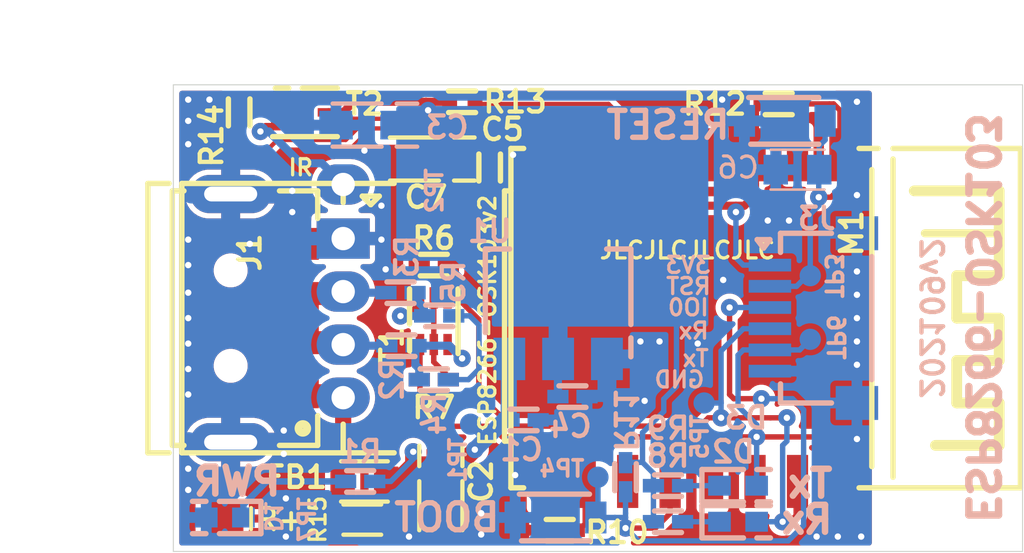
<source format=kicad_pcb>
(kicad_pcb (version 20171130) (host pcbnew "(5.1.10)-1")
  (layers (0 F.Cu signal) (31 B.Cu signal) (34 B.Paste user hide) (35 F.Paste user hide) (36 B.SilkS user) (37 F.SilkS user) (38 B.Mask user) (39 F.Mask user) (44 Edge.Cuts user))
  (net 0 "")
  (net 1 GND)
  (net 2 +5V)
  (net 3 VCC)
  (net 4 /RST)
  (net 5 "Net-(D1-Pad2)")
  (net 6 /Rx)
  (net 7 "Net-(D2-Pad2)")
  (net 8 "Net-(D3-Pad2)")
  (net 9 /Tx)
  (net 10 "Net-(FB1-Pad2)")
  (net 11 "Net-(J1-Pad2)")
  (net 12 "Net-(J1-Pad3)")
  (net 13 /IO0)
  (net 14 "Net-(M1-Pad4)")
  (net 15 /IO15)
  (net 16 "Net-(M1-Pad11)")
  (net 17 "Net-(M1-Pad13)")
  (net 18 /TxAC)
  (net 19 /RxAC)
  (net 20 "Net-(M1-Pad2)")
  (net 21 "Net-(M1-Pad5)")
  (net 22 "Net-(M1-Pad14)")
  (net 23 /IO12R)
  (net 24 /IO13T)
  (net 25 "Net-(P1-Pad1)")
  (net 26 "Net-(P2-Pad1)")
  (module MyConnectors:WE06DH-1.0-06P-H (layer B.Cu) (at 128.3 86 270)
    (fp_text reference J3 (at -2.2 -1 180) (layer B.SilkS) (effects (font (size 1.016 1.016) (thickness 0.2032)) (justify right mirror)))
    (fp_text value ESP_FLASH_CONN hide)
    (pad X2 smd rect (at 6.5 -3.9 270) (size 1.6 2) (layers B.Cu B.Paste B.Mask) (net 1 GND))
    (pad X1 smd rect (at -1.5 -3.9 270) (size 1.6 2) (layers B.Cu B.Paste B.Mask) (net 1 GND))
    (pad 6 smd rect (at 5 0.2 270) (size 0.6 2) (layers B.Cu B.Paste B.Mask) (net 1 GND))
    (pad 5 smd rect (at 4 0.2 270) (size 0.6 2) (layers B.Cu B.Paste B.Mask) (net 9 /Tx))
    (pad 4 smd rect (at 3 0.2 270) (size 0.6 2) (layers B.Cu B.Paste B.Mask) (net 6 /Rx))
    (pad 3 smd rect (at 2 0.2 270) (size 0.6 2) (layers B.Cu B.Paste B.Mask) (net 13 /IO0))
    (pad 2 smd rect (at 1 0.2 270) (size 0.6 2) (layers B.Cu B.Paste B.Mask) (net 4 /RST))
    (pad 1 smd rect (at 0 0.2 270) (size 0.6 2) (layers B.Cu B.Paste B.Mask) (net 3 VCC))
  )
  (module MyConnectors:WG04R-2.5-04P-H (layer F.Cu) (at 108 84.75 270)
    (fp_text reference J1 (at -0.35 4.4 90) (layer F.SilkS) (effects (font (size 1.016 1.016) (thickness 0.2032)) (justify right)))
    (fp_text value "JST-XH(4p 2.5mm)")
    (pad 1 thru_hole rect (at 0 0 270) (size 1.9 2.5) (drill 1.1) (layers *.Cu *.Mask) (net 1 GND))
    (pad 2 thru_hole oval (at 2.5 0 270) (size 1.9 2.5) (drill 1.1) (layers *.Cu *.Mask) (net 11 "Net-(J1-Pad2)"))
    (pad 3 thru_hole oval (at 5 0 270) (size 1.9 2.5) (drill 1.1) (layers *.Cu *.Mask) (net 12 "Net-(J1-Pad3)"))
    (pad 4 thru_hole oval (at 7.5 0 270) (size 1.9 2.5) (drill 1.1) (layers *.Cu *.Mask) (net 10 "Net-(FB1-Pad2)"))
  )
  (module MySMT:USB_Plug_Molex_48037-2200 (layer F.Cu) (at 105.3 88.5 270)
    (fp_text reference J2 hide)
    (fp_text value USBPlug hide)
    (pad 1 smd rect (at 3.5 -0.3 270) (size 1.5 2.5) (layers F.Cu F.Paste F.Mask) (net 10 "Net-(FB1-Pad2)"))
    (pad 2 smd rect (at 1 -0.3 270) (size 1.4 2.5) (layers F.Cu F.Paste F.Mask) (net 12 "Net-(J1-Pad3)"))
    (pad 3 smd rect (at -1 -0.3 270) (size 1.4 2.5) (layers F.Cu F.Paste F.Mask) (net 11 "Net-(J1-Pad2)"))
    (pad 4 smd rect (at -3.5 -0.3 270) (size 1.5 2.5) (layers F.Cu F.Paste F.Mask) (net 1 GND))
    (pad 5 thru_hole oval (at -5.85 2.6 270) (size 1.8 3.8) (drill oval 0.7 2.5) (layers *.Cu *.Mask) (net 1 GND))
    (pad 5 thru_hole oval (at 5.85 2.6 270) (size 1.8 3.8) (drill oval 0.7 2.5) (layers *.Cu *.Mask) (net 1 GND))
    (pad "" np_thru_hole circle (at -2.25 2.6 270) (size 1.1 1.1) (drill 1.1) (layers *.Cu))
    (pad "" np_thru_hole circle (at 2.25 2.6 270) (size 1.1 1.1) (drill 1.1) (layers *.Cu))
  )
  (module MySMT:C_0402_HS (layer B.Cu) (at 116.5 93.3)
    (fp_text reference C1 (at -0.1 1.4) (layer B.SilkS) (effects (font (size 1.016 1.016) (thickness 0.2032)) (justify mirror)))
    (fp_text value 100n hide)
    (pad 2 smd rect (at 0.6858 0) (size 1 0.64) (layers B.Cu B.Paste B.Mask) (net 1 GND))
    (pad 1 smd rect (at -0.6858 0) (size 1 0.64) (layers B.Cu B.Paste B.Mask) (net 2 +5V))
  )
  (module MySMT:CP_3216-HS (layer F.Cu) (at 112.6 96.9 270)
    (fp_text reference C2 (at -0.7 -1.9 90) (layer F.SilkS) (effects (font (size 1.016 1.016) (thickness 0.2032))))
    (fp_text value 22/10V hide)
    (pad 2 smd rect (at 1.4375 0 270) (size 1.575 1.35) (layers F.Cu F.Paste F.Mask) (net 1 GND))
    (pad 1 smd rect (at -1.4375 0 270) (size 1.575 1.35) (layers F.Cu F.Paste F.Mask) (net 2 +5V))
  )
  (module MySMT:CP_3216-HS (layer B.Cu) (at 109.1 79.4 180)
    (fp_text reference C3 (at -3.8 -0.1 unlocked) (layer B.SilkS) (effects (font (size 1.016 1.016) (thickness 0.2032)) (justify mirror)))
    (fp_text value 22/10V hide)
    (pad 2 smd rect (at 1.4375 0 180) (size 1.575 1.35) (layers B.Cu B.Paste B.Mask) (net 1 GND))
    (pad 1 smd rect (at -1.4375 0 180) (size 1.575 1.35) (layers B.Cu B.Paste B.Mask) (net 3 VCC))
  )
  (module MySMT:C_0402_HS (layer B.Cu) (at 118.8 92.2)
    (fp_text reference C4 (at -0.1 1.4) (layer B.SilkS) (effects (font (size 1.016 1.016) (thickness 0.2032)) (justify mirror)))
    (fp_text value 100n hide)
    (pad 1 smd rect (at -0.6858 0) (size 1 0.64) (layers B.Cu B.Paste B.Mask) (net 3 VCC))
    (pad 2 smd rect (at 0.6858 0) (size 1 0.64) (layers B.Cu B.Paste B.Mask) (net 1 GND))
  )
  (module MySMT:C_0402_HS (layer F.Cu) (at 114.9 81.4 270)
    (fp_text reference C5 (at -1.8 -0.6) (layer F.SilkS) (effects (font (size 1.016 1.016) (thickness 0.2032))))
    (fp_text value 1u hide)
    (pad 2 smd rect (at 0.6858 0 270) (size 1 0.64) (layers F.Cu F.Paste F.Mask) (net 1 GND))
    (pad 1 smd rect (at -0.6858 0 270) (size 1 0.64) (layers F.Cu F.Paste F.Mask) (net 3 VCC))
  )
  (module MySMT:C_0805_HS (layer B.Cu) (at 129.4 81.5 180)
    (fp_text reference C6 (at 2.8 0.1) (layer B.SilkS) (effects (justify mirror)))
    (fp_text value 470p hide)
    (pad 1 smd rect (at -1.025 0 180) (size 1.15 1.4) (layers B.Cu B.Paste B.Mask) (net 4 /RST))
    (pad 2 smd rect (at 1.025 0 180) (size 1.15 1.4) (layers B.Cu B.Paste B.Mask) (net 1 GND))
  )
  (module MySMT:CP_3216-HS (layer F.Cu) (at 111.8 81 180)
    (fp_text reference C7 (at -0.1 -1.8) (layer F.SilkS) (effects (font (size 1.016 1.016) (thickness 0.2032))))
    (fp_text value 15/6,3V hide)
    (pad 1 smd rect (at -1.4375 0 180) (size 1.575 1.35) (layers F.Cu F.Paste F.Mask) (net 3 VCC))
    (pad 2 smd rect (at 1.4375 0 180) (size 1.575 1.35) (layers F.Cu F.Paste F.Mask) (net 1 GND))
  )
  (module MySMT:LED0603_HS (layer B.Cu) (at 102.425 97.9)
    (fp_text reference D1 (at 2.275 -0.9 -90 unlocked) (layer B.SilkS) (effects (font (size 0.762 0.762) (thickness 0.1524)) (justify right mirror)))
    (fp_text value G hide)
    (pad 2 smd rect (at 0.875 0) (size 1.0668 0.9398) (layers B.Cu B.Paste B.Mask) (net 5 "Net-(D1-Pad2)"))
    (pad 1 smd rect (at -0.875 0) (size 1.0668 0.9398) (layers B.Cu B.Paste B.Mask) (net 1 GND))
  )
  (module MySMT:LED0603_HS (layer B.Cu) (at 126.6 98.1 180)
    (fp_text reference D2 (at -0.9 3.3) (layer B.SilkS) (effects (font (size 1.016 1.016) (thickness 0.2032)) (justify left mirror)))
    (fp_text value Or hide)
    (pad 1 smd rect (at -0.875 0 180) (size 1.0668 0.9398) (layers B.Cu B.Paste B.Mask) (net 6 /Rx))
    (pad 2 smd rect (at 0.875 0 180) (size 1.0668 0.9398) (layers B.Cu B.Paste B.Mask) (net 7 "Net-(D2-Pad2)"))
  )
  (module MySMT:LED0603_HS (layer B.Cu) (at 126.6 96.4 180)
    (fp_text reference D3 (at -1.5 3.2 180) (layer B.SilkS) (effects (font (size 1.016 1.016) (thickness 0.2032)) (justify left mirror)))
    (fp_text value Y hide)
    (pad 2 smd rect (at 0.875 0 180) (size 1.0668 0.9398) (layers B.Cu B.Paste B.Mask) (net 8 "Net-(D3-Pad2)"))
    (pad 1 smd rect (at -0.875 0 180) (size 1.0668 0.9398) (layers B.Cu B.Paste B.Mask) (net 9 /Tx))
  )
  (module MySMT:R_0805_HS (layer F.Cu) (at 109 96.2 180)
    (fp_text reference FB1 (at 3.2 0.2) (layer F.SilkS) (effects (font (size 1.016 1.016) (thickness 0.2032))))
    (fp_text value Z600 hide)
    (pad 1 smd rect (at -1.025 0 180) (size 1.15 1.4) (layers F.Cu F.Paste F.Mask) (net 2 +5V))
    (pad 2 smd rect (at 1.025 0 180) (size 1.15 1.4) (layers F.Cu F.Paste F.Mask) (net 10 "Net-(FB1-Pad2)"))
  )
  (module MySMT:R_0402_HS (layer B.Cu) (at 108.8 96.2 180)
    (fp_text reference R1 (at 0 1.4) (layer B.SilkS) (effects (font (size 1.016 1.016) (thickness 0.2032)) (justify mirror)))
    (fp_text value 4k3 hide)
    (pad 1 smd rect (at -0.6858 0 180) (size 1 0.64) (layers B.Cu B.Paste B.Mask) (net 2 +5V))
    (pad 2 smd rect (at 0.6858 0 180) (size 1 0.64) (layers B.Cu B.Paste B.Mask) (net 5 "Net-(D1-Pad2)"))
  )
  (module MySMT:R_0402_HS (layer B.Cu) (at 110.744 89.8)
    (fp_text reference R2 (at -0.444 1.6 270) (layer B.SilkS) (effects (font (size 1.016 1.016) (thickness 0.2032)) (justify mirror)))
    (fp_text value 22R hide)
    (pad 2 smd rect (at 0.6858 0) (size 1 0.64) (layers B.Cu B.Paste B.Mask) (net 18 /TxAC))
    (pad 1 smd rect (at -0.6858 0) (size 1 0.64) (layers B.Cu B.Paste B.Mask) (net 12 "Net-(J1-Pad3)"))
  )
  (module MySMT:R_0402_HS (layer B.Cu) (at 110.7 87.3)
    (fp_text reference R3 (at 0.3 -1.7 90) (layer B.SilkS) (effects (font (size 1.016 1.016) (thickness 0.2032)) (justify mirror)))
    (fp_text value 22R hide)
    (pad 2 smd rect (at 0.6858 0) (size 1 0.64) (layers B.Cu B.Paste B.Mask) (net 19 /RxAC))
    (pad 1 smd rect (at -0.6858 0) (size 1 0.64) (layers B.Cu B.Paste B.Mask) (net 11 "Net-(J1-Pad2)"))
  )
  (module MySMT:R_0402_HS (layer B.Cu) (at 112.268 91.4 180)
    (fp_text reference R4 (at -0.032 -1.614 90) (layer B.SilkS) (effects (font (size 1.016 1.016) (thickness 0.2032)) (justify mirror)))
    (fp_text value 22k hide)
    (pad 1 smd rect (at -0.6858 0 180) (size 1 0.64) (layers B.Cu B.Paste B.Mask) (net 2 +5V))
    (pad 2 smd rect (at 0.6858 0 180) (size 1 0.64) (layers B.Cu B.Paste B.Mask) (net 18 /TxAC))
  )
  (module MySMT:R_0402_HS (layer B.Cu) (at 112.522 88.392 180)
    (fp_text reference R5 (at -0.678 1.592 90) (layer B.SilkS) (effects (font (size 1.016 1.016) (thickness 0.2032)) (justify mirror)))
    (fp_text value 22k hide)
    (pad 1 smd rect (at -0.6858 0 180) (size 1 0.64) (layers B.Cu B.Paste B.Mask) (net 2 +5V))
    (pad 2 smd rect (at 0.6858 0 180) (size 1 0.64) (layers B.Cu B.Paste B.Mask) (net 19 /RxAC))
  )
  (module MySMT:R_0402_HS (layer F.Cu) (at 112.268 86)
    (fp_text reference R6 (at 0 -1.27) (layer F.SilkS) (effects (font (size 1.016 1.016) (thickness 0.2032))))
    (fp_text value 22k hide)
    (pad 2 smd rect (at 0.6858 0) (size 1 0.64) (layers F.Cu F.Paste F.Mask) (net 6 /Rx))
    (pad 1 smd rect (at -0.6858 0) (size 1 0.64) (layers F.Cu F.Paste F.Mask) (net 3 VCC))
  )
  (module MySMT:R_0402_HS (layer F.Cu) (at 112.268 91.4 180)
    (fp_text reference R7 (at 0 -1.314) (layer F.SilkS) (effects (font (size 1.016 1.016) (thickness 0.2032))))
    (fp_text value 22k hide)
    (pad 2 smd rect (at 0.6858 0 180) (size 1 0.64) (layers F.Cu F.Paste F.Mask) (net 9 /Tx))
    (pad 1 smd rect (at -0.6858 0 180) (size 1 0.64) (layers F.Cu F.Paste F.Mask) (net 3 VCC))
  )
  (module MySMT:R_0402_HS (layer B.Cu) (at 123.3 98.1)
    (fp_text reference R8 (at 0 -3.1 180) (layer B.SilkS) (effects (font (size 1.016 1.016) (thickness 0.2032)) (justify mirror)))
    (fp_text value 4k3 hide)
    (pad 1 smd rect (at -0.6858 0) (size 1 0.64) (layers B.Cu B.Paste B.Mask) (net 3 VCC))
    (pad 2 smd rect (at 0.6858 0) (size 1 0.64) (layers B.Cu B.Paste B.Mask) (net 7 "Net-(D2-Pad2)"))
  )
  (module MySMT:R_0402_HS (layer B.Cu) (at 123.3 96.4)
    (fp_text reference R9 (at 0 -2.7 180) (layer B.SilkS) (effects (font (size 1.016 1.016) (thickness 0.2032)) (justify mirror)))
    (fp_text value 4k3 hide)
    (pad 1 smd rect (at -0.6858 0) (size 1 0.64) (layers B.Cu B.Paste B.Mask) (net 3 VCC))
    (pad 2 smd rect (at 0.6858 0) (size 1 0.64) (layers B.Cu B.Paste B.Mask) (net 8 "Net-(D3-Pad2)"))
  )
  (module MySMT:R_0402_HS (layer F.Cu) (at 118.2 98.5 180)
    (fp_text reference R10 (at -2.7 -0.1) (layer F.SilkS) (effects (font (size 1.016 1.016) (thickness 0.2032))))
    (fp_text value 10k hide)
    (pad 2 smd rect (at 0.6858 0 180) (size 1 0.64) (layers F.Cu F.Paste F.Mask) (net 1 GND))
    (pad 1 smd rect (at -0.6858 0 180) (size 1 0.64) (layers F.Cu F.Paste F.Mask) (net 15 /IO15))
  )
  (module MySMT:R_0402_HS (layer B.Cu) (at 121.3 96 270)
    (fp_text reference R11 (at -2.7 0 270 unlocked) (layer B.SilkS) (effects (font (size 1.016 1.016) (thickness 0.2032)) (justify mirror)))
    (fp_text value 22k hide)
    (pad 1 smd rect (at -0.6858 0 270) (size 1 0.64) (layers B.Cu B.Paste B.Mask) (net 3 VCC))
    (pad 2 smd rect (at 0.6858 0 270) (size 1 0.64) (layers B.Cu B.Paste B.Mask) (net 13 /IO0))
  )
  (module MySMT:R_0402_HS (layer F.Cu) (at 128.5142 78.4)
    (fp_text reference R12 (at -3.0142 0) (layer F.SilkS) (effects (font (size 1.016 1.016) (thickness 0.2032))))
    (fp_text value 10k hide)
    (pad 2 smd rect (at 0.6858 0) (size 1 0.64) (layers F.Cu F.Paste F.Mask) (net 4 /RST))
    (pad 1 smd rect (at -0.6858 0) (size 1 0.64) (layers F.Cu F.Paste F.Mask) (net 3 VCC))
  )
  (module MySMT:SOT-363_SC-70-6_HS (layer F.Cu) (at 112.268 88.646 90)
    (fp_text reference T1 (at -2.154 -1.968 90) (layer F.SilkS) (effects (font (size 1.016 1.016) (thickness 0.2032)) (justify left)))
    (fp_text value RK7002DW hide)
    (pad 6 smd rect (at 1.1 -0.65 90) (size 1 0.4) (layers F.Cu F.Paste F.Mask) (net 19 /RxAC))
    (pad 5 smd rect (at 1.1 0 90) (size 1 0.4) (layers F.Cu F.Paste F.Mask) (net 3 VCC))
    (pad 4 smd rect (at 1.1 0.65 90) (size 1 0.4) (layers F.Cu F.Paste F.Mask) (net 6 /Rx))
    (pad 3 smd rect (at -1.1 0.65 90) (size 1 0.4) (layers F.Cu F.Paste F.Mask) (net 18 /TxAC))
    (pad 2 smd rect (at -1.1 0 90) (size 1 0.4) (layers F.Cu F.Paste F.Mask) (net 3 VCC))
    (pad 1 smd rect (at -1.1 -0.65 90) (size 1 0.4) (layers F.Cu F.Paste F.Mask) (net 9 /Tx))
  )
  (module MySMT:SOT-223-3 (layer B.Cu) (at 118.124 87.274 90)
    (fp_text reference U1 (at 2.874 -3.224 180) (layer B.SilkS) (effects (font (size 1.016 1.016) (thickness 0.2032)) (justify mirror)))
    (fp_text value 1117-33 hide)
    (pad 1 smd rect (at -3.15 2.3 90) (size 2 1.5) (layers B.Cu B.Paste B.Mask) (net 1 GND))
    (pad 3 smd rect (at -3.15 -2.3 90) (size 2 1.5) (layers B.Cu B.Paste B.Mask) (net 2 +5V))
    (pad 2 smd rect (at -3.15 0 90) (size 2 1.5) (layers B.Cu B.Paste B.Mask) (net 3 VCC))
    (pad 2 smd rect (at 3.15 0 90) (size 2 3.8) (layers B.Cu B.Paste B.Mask) (net 3 VCC))
  )
  (module MySwitches:CK_KXT3 (layer B.Cu) (at 118 97.9 180)
    (fp_text reference SW1 hide)
    (fp_text value BOOT (at 2.5 0 180) (layer B.SilkS) (effects (font (size 1.27 1.27) (thickness 0.254)) (justify left mirror)))
    (pad 2 smd rect (at 1.9 0 180) (size 1 1.5) (layers B.Cu B.Paste B.Mask) (net 1 GND))
    (pad 1 smd rect (at -1.9 0 180) (size 1 1.5) (layers B.Cu B.Paste B.Mask) (net 13 /IO0))
  )
  (module MySwitches:CK_KXT3 (layer B.Cu) (at 128.8 79.2 180)
    (fp_text reference SW2 hide)
    (fp_text value RESET (at 5.5 -0.2) (layer B.SilkS) (effects (font (size 1.27 1.27) (thickness 0.254)) (justify mirror)))
    (pad 1 smd rect (at -1.9 0 180) (size 1 1.5) (layers B.Cu B.Paste B.Mask) (net 4 /RST))
    (pad 2 smd rect (at 1.9 0 180) (size 1 1.5) (layers B.Cu B.Paste B.Mask) (net 1 GND))
  )
  (module MyModules:ESP-12E (layer F.Cu) (at 115.9 80.5 270)
    (fp_text reference M1 (at 5.2 -16.05 90) (layer F.SilkS) (effects (font (size 1.016 1.016) (thickness 0.2032)) (justify left)))
    (fp_text value ESP8266_ESP-12E)
    (pad 1 smd rect (at 0.3 -15.5 270) (size 2.5 1) (layers F.Cu F.Paste F.Mask) (net 4 /RST))
    (pad 2 smd rect (at 0.3 -13.5 270) (size 2.5 1) (layers F.Cu F.Paste F.Mask) (net 20 "Net-(M1-Pad2)"))
    (pad 3 smd rect (at 0.3 -11.5 270) (size 2.5 1) (layers F.Cu F.Paste F.Mask) (net 3 VCC))
    (pad 4 smd rect (at 0.3 -9.5 270) (size 2.5 1) (layers F.Cu F.Paste F.Mask) (net 14 "Net-(M1-Pad4)"))
    (pad 5 smd rect (at 0.3 -7.5 270) (size 2.5 1) (layers F.Cu F.Paste F.Mask) (net 21 "Net-(M1-Pad5)"))
    (pad 6 smd rect (at 0.3 -5.5 270) (size 2.5 1) (layers F.Cu F.Paste F.Mask) (net 23 /IO12R))
    (pad 7 smd rect (at 0.3 -3.5 270) (size 2.5 1) (layers F.Cu F.Paste F.Mask) (net 24 /IO13T))
    (pad 8 smd rect (at 0.3 -1.5 270) (size 2.5 1) (layers F.Cu F.Paste F.Mask) (net 3 VCC))
    (pad 9 smd rect (at 15.7 -1.5 270) (size 2.5 1) (layers F.Cu F.Paste F.Mask) (net 1 GND))
    (pad 10 smd rect (at 15.7 -3.5 270) (size 2.5 1) (layers F.Cu F.Paste F.Mask) (net 15 /IO15))
    (pad 11 smd rect (at 15.7 -5.5 270) (size 2.5 1) (layers F.Cu F.Paste F.Mask) (net 16 "Net-(M1-Pad11)"))
    (pad 12 smd rect (at 15.7 -7.5 270) (size 2.5 1) (layers F.Cu F.Paste F.Mask) (net 13 /IO0))
    (pad 13 smd rect (at 15.7 -9.5 270) (size 2.5 1) (layers F.Cu F.Paste F.Mask) (net 17 "Net-(M1-Pad13)"))
    (pad 14 smd rect (at 15.7 -11.5 270) (size 2.5 1) (layers F.Cu F.Paste F.Mask) (net 22 "Net-(M1-Pad14)"))
    (pad 15 smd rect (at 15.7 -13.5 270) (size 2.5 1) (layers F.Cu F.Paste F.Mask) (net 6 /Rx))
    (pad 16 smd rect (at 15.7 -15.5 270) (size 2.5 1) (layers F.Cu F.Paste F.Mask) (net 9 /Tx))
  )
  (module MySMT:SMT_PAD_2mm_noFrame (layer B.Cu) (at 114 82.5)
    (fp_text reference TP2 (at -1.7 0 90 unlocked) (layer B.SilkS) (effects (font (size 0.762 0.762) (thickness 0.1778)) (justify mirror)))
    (fp_text value TP hide)
    (pad 1 smd circle (at 0 0) (size 2 2) (layers B.Cu B.Paste B.Mask) (net 3 VCC))
  )
  (module MySMT:SMT_PAD_2mm_noFrame (layer B.Cu) (at 108 98)
    (fp_text reference TP7 (at -1.7 0 90 unlocked) (layer B.SilkS) (effects (font (size 0.762 0.762) (thickness 0.1778)) (justify mirror)))
    (fp_text value TP hide)
    (pad 1 smd circle (at 0 0) (size 2 2) (layers B.Cu B.Paste B.Mask) (net 1 GND))
  )
  (module MySMT:SMT_PAD_1mm_noFrame (layer B.Cu) (at 114 93.5)
    (fp_text reference TP1 (at -0.6 1.7 90 unlocked) (layer B.SilkS) (effects (font (size 0.762 0.762) (thickness 0.1778)) (justify mirror)))
    (fp_text value TP hide)
    (pad 1 smd circle (at 0 0) (size 1 1) (layers B.Cu B.Paste B.Mask) (net 2 +5V))
  )
  (module MySMT:SMT_PAD_1mm_noFrame (layer B.Cu) (at 130 86.5)
    (fp_text reference TP3 (at 1.1 0 270 unlocked) (layer B.SilkS) (effects (font (size 0.762 0.762) (thickness 0.1778)) (justify mirror)))
    (fp_text value TP hide)
    (pad 1 smd circle (at 0 0) (size 1 1) (layers B.Cu B.Paste B.Mask) (net 4 /RST))
  )
  (module MySMT:SMT_PAD_1mm_noFrame (layer B.Cu) (at 120 96)
    (fp_text reference TP4 (at -1.7 -0.4 unlocked) (layer B.SilkS) (effects (font (size 0.762 0.762) (thickness 0.1778)) (justify mirror)))
    (fp_text value TP hide)
    (pad 1 smd circle (at 0 0) (size 1 1) (layers B.Cu B.Paste B.Mask) (net 13 /IO0))
  )
  (module MySMT:SMT_PAD_1mm_noFrame (layer B.Cu) (at 125 92.5)
    (fp_text reference TP5 (at -0.2 1.6 90 unlocked) (layer B.SilkS) (effects (font (size 0.762 0.762) (thickness 0.1778)) (justify mirror)))
    (fp_text value TP hide)
    (pad 1 smd circle (at 0 0) (size 1 1) (layers B.Cu B.Paste B.Mask) (net 6 /Rx))
  )
  (module MySMT:SMT_PAD_1mm_noFrame (layer B.Cu) (at 130 89.5)
    (fp_text reference TP6 (at 1.2 -0.1 270 unlocked) (layer B.SilkS) (effects (font (size 0.762 0.762) (thickness 0.1778)) (justify mirror)))
    (fp_text value TP hide)
    (pad 1 smd circle (at 0 0) (size 1 1) (layers B.Cu B.Paste B.Mask) (net 9 /Tx))
  )
  (module MyConnectors:WG00x-2.5-00-V-PAD (layer F.Cu) (at 108 82.2 90)
    (fp_text reference P1 hide)
    (fp_text value IR (at 0.8 -2 unlocked) (layer F.SilkS) (effects (font (size 0.762 0.762) (thickness 0.1524))))
    (pad 1 thru_hole oval (at 0 0 90) (size 1.9 2.5) (drill 1.1) (layers *.Cu *.Mask) (net 25 "Net-(P1-Pad1)"))
  )
  (module MySMT:R_0402_HS2 (layer F.Cu) (at 113.6 78.3)
    (fp_text reference R13 (at 2.5 0) (layer F.SilkS) (effects (font (size 1.016 1.016) (thickness 0.2032))))
    (fp_text value 10k hide)
    (pad 1 smd rect (at -0.5842 0) (size 0.7 0.64) (layers F.Cu F.Paste F.Mask) (net 3 VCC))
    (pad 2 smd rect (at 0.6096 0) (size 0.7 0.64) (layers F.Cu F.Paste F.Mask) (net 23 /IO12R))
  )
  (module MySMT:R_0402_HS2 (layer F.Cu) (at 103.1 78.8 90)
    (fp_text reference R14 (at -1.1 -1.3 90) (layer F.SilkS) (effects (font (size 1.016 1.016) (thickness 0.2032))))
    (fp_text value 10k hide)
    (pad 2 smd rect (at 0.6096 0 90) (size 0.7 0.64) (layers F.Cu F.Paste F.Mask) (net 1 GND))
    (pad 1 smd rect (at -0.5842 0 90) (size 0.7 0.64) (layers F.Cu F.Paste F.Mask) (net 24 /IO13T))
  )
  (module MySMT:SOT-363_SC-70-6_HS (layer F.Cu) (at 106.2 78.8)
    (fp_text reference T2 (at 1.8 -0.4) (layer F.SilkS) (effects (font (size 1.016 1.016) (thickness 0.2032)) (justify left)))
    (fp_text value RK7002DW hide)
    (pad 6 smd rect (at 1.1 -0.65) (size 1 0.4) (layers F.Cu F.Paste F.Mask) (net 25 "Net-(P1-Pad1)"))
    (pad 5 smd rect (at 1.1 0) (size 1 0.4) (layers F.Cu F.Paste F.Mask) (net 3 VCC))
    (pad 4 smd rect (at 1.1 0.65) (size 1 0.4) (layers F.Cu F.Paste F.Mask) (net 23 /IO12R))
    (pad 3 smd rect (at -1.1 0.65) (size 1 0.4) (layers F.Cu F.Paste F.Mask) (net 25 "Net-(P1-Pad1)"))
    (pad 2 smd rect (at -1.1 0) (size 1 0.4) (layers F.Cu F.Paste F.Mask) (net 24 /IO13T))
    (pad 1 smd rect (at -1.1 -0.65) (size 1 0.4) (layers F.Cu F.Paste F.Mask) (net 1 GND))
  )
  (module MySMT:R_0603_HS (layer F.Cu) (at 108.925 98 180)
    (fp_text reference R15 (at 2.125 0 90) (layer F.SilkS) (effects (font (size 0.762 0.762) (thickness 0.1524))))
    (fp_text value 470R hide)
    (pad 1 smd rect (at -0.875 0 180) (size 1.05 0.95) (layers F.Cu F.Paste F.Mask) (net 2 +5V))
    (pad 2 smd rect (at 0.875 0 180) (size 1.05 0.95) (layers F.Cu F.Paste F.Mask) (net 26 "Net-(P2-Pad1)"))
  )
  (module MySMT:SMT_PAD_2x2mm_noFrame (layer F.Cu) (at 102.3 98.1)
    (fp_text reference P2 hide)
    (fp_text value IR+ (at 2.5 -0.1 unlocked) (layer F.SilkS) (effects (font (size 1.016 1.016) (thickness 0.1778))))
    (pad 1 smd rect (at 0 0) (size 2 2) (layers F.Cu F.Paste F.Mask) (net 26 "Net-(P2-Pad1)"))
  )
  (gr_text JLCJLCJLCJLC (at 120 85.3) (layer F.SilkS) (effects (font (size 0.8 0.8) (thickness 0.1524)) (justify left)))
  (gr_text ESP8266-OSK103v2 (at 114.8 94.6 90) (layer F.SilkS) (effects (font (size 0.762 0.762) (thickness 0.1524)) (justify left)))
  (gr_text 202109v2 (at 135.7 88.5 270) (layer B.SilkS) (effects (font (size 1.016 1.016) (thickness 0.2032)) (justify mirror)))
  (gr_text ESP8266-OSK103 (at 138.1 88.5 270) (layer B.SilkS) (effects (font (size 1.397 1.397) (thickness 0.34925)) (justify mirror)))
  (gr_text GND (at 125.1 91.4) (layer B.SilkS) (effects (font (size 0.762 0.762) (thickness 0.1524)) (justify left mirror)))
  (gr_text Tx (at 125.3 90.4) (layer B.SilkS) (effects (font (size 0.762 0.762) (thickness 0.1524)) (justify left mirror)))
  (gr_text Rx (at 125.3 89.1) (layer B.SilkS) (effects (font (size 0.762 0.762) (thickness 0.1524)) (justify left mirror)))
  (gr_text IO0 (at 125.3 88) (layer B.SilkS) (effects (font (size 0.762 0.762) (thickness 0.1524)) (justify left mirror)))
  (gr_text RST (at 125.4 87) (layer B.SilkS) (effects (font (size 0.762 0.762) (thickness 0.1524)) (justify left mirror)))
  (gr_text 3V3 (at 125.4 86) (layer B.SilkS) (effects (font (size 0.762 0.762) (thickness 0.1524)) (justify left mirror)))
  (gr_text PWR (at 105.2 96.2) (layer B.SilkS) (effects (font (size 1.27 1.27) (thickness 0.3048)) (justify left mirror)))
  (gr_text Rx (at 128.5 98) (layer B.SilkS) (effects (font (size 1.27 1.27) (thickness 0.3048)) (justify right mirror)))
  (gr_text Tx (at 128.8 96.3) (layer B.SilkS) (effects (font (size 1.27 1.27) (thickness 0.3048)) (justify right mirror)))
  (gr_line (start 100 77.5) (end 100 99.5) (layer Edge.Cuts) (width 0.05))
  (gr_line (start 140 77.5) (end 100 77.5) (layer Edge.Cuts) (width 0.05))
  (gr_line (start 140 99.5) (end 140 77.5) (layer Edge.Cuts) (width 0.05))
  (gr_line (start 100 99.5) (end 140 99.5) (layer Edge.Cuts) (width 0.05))
  (segment (start 107.612 85) (end 107.912 84.7) (width 0.762) (layer F.Cu) (net 1))
  (segment (start 105.6 85) (end 107.612 85) (width 0.762) (layer F.Cu) (net 1))
  (segment (start 107.912 84.7) (end 108 84.7) (width 0.762) (layer F.Cu) (net 1))
  (segment (start 101.2 86.1) (end 102.3 85) (width 0.254) (layer F.Cu) (net 1))
  (segment (start 102.7 92.3) (end 101.2 90.8) (width 0.254) (layer F.Cu) (net 1))
  (segment (start 101.2 90.8) (end 101.2 86.1) (width 0.254) (layer F.Cu) (net 1))
  (segment (start 102.3 85) (end 102.7 85) (width 0.254) (layer F.Cu) (net 1))
  (segment (start 104.854 94.35) (end 105.004 94.2) (width 0.254) (layer B.Cu) (net 1))
  (segment (start 102.7 94.35) (end 104.854 94.35) (width 0.254) (layer B.Cu) (net 1))
  (segment (start 105.004 94.2) (end 109.7 94.2) (width 0.254) (layer B.Cu) (net 1))
  (segment (start 109.7 94.2) (end 110.6 93.3) (width 0.254) (layer B.Cu) (net 1))
  (segment (start 110.6 93.3) (end 112.1 93.3) (width 0.254) (layer B.Cu) (net 1))
  (segment (start 112.1 93.3) (end 112.6 93.8) (width 0.254) (layer B.Cu) (net 1))
  (segment (start 112.6 93.8) (end 112.6 96.6) (width 0.254) (layer B.Cu) (net 1))
  (segment (start 112.6 96.6) (end 113.9 97.9) (width 0.254) (layer B.Cu) (net 1))
  (segment (start 113.9 97.9) (end 116.1 97.9) (width 0.254) (layer B.Cu) (net 1))
  (segment (start 122.6 90.8) (end 122.6 92.1) (width 0.254) (layer B.Cu) (net 1))
  (segment (start 122.5 92.2) (end 122.6 92.1) (width 0.254) (layer B.Cu) (net 1))
  (segment (start 117.1858 93.3) (end 121.3 93.3) (width 0.254) (layer B.Cu) (net 1))
  (segment (start 121.3 93.3) (end 121.3 92.2) (width 0.254) (layer B.Cu) (net 1))
  (segment (start 119.4858 92.2) (end 121.3 92.2) (width 0.254) (layer B.Cu) (net 1))
  (segment (start 121.3 92.2) (end 122.5 92.2) (width 0.254) (layer B.Cu) (net 1))
  (segment (start 117.1858 93.3) (end 117.1858 94.7142) (width 0.254) (layer B.Cu) (net 1))
  (segment (start 117.1858 94.7142) (end 116.1 95.8) (width 0.254) (layer B.Cu) (net 1))
  (segment (start 116.1 95.8) (end 116.1 97.9) (width 0.254) (layer B.Cu) (net 1))
  (segment (start 112.6 98.3375) (end 115.1375 98.3375) (width 0.254) (layer F.Cu) (net 1))
  (segment (start 115.3 98.5) (end 115.1375 98.3375) (width 0.254) (layer F.Cu) (net 1))
  (segment (start 117.5142 98.5) (end 115.3 98.5) (width 0.254) (layer F.Cu) (net 1))
  (segment (start 117.4 96.2) (end 115.8 96.2) (width 0.254) (layer F.Cu) (net 1))
  (segment (start 115.1375 96.8625) (end 115.1375 98.3375) (width 0.254) (layer F.Cu) (net 1))
  (segment (start 115.8 96.2) (end 115.1375 96.8625) (width 0.254) (layer F.Cu) (net 1))
  (segment (start 105.8 94.6) (end 105.8 96.9) (width 0.254) (layer F.Cu) (net 1))
  (segment (start 105.55 94.35) (end 105.8 94.6) (width 0.254) (layer F.Cu) (net 1))
  (segment (start 129.9 91) (end 128.1 91) (width 0.254) (layer B.Cu) (net 1))
  (segment (start 132 88.9) (end 129.9 91) (width 0.254) (layer B.Cu) (net 1))
  (segment (start 132.2 88.9) (end 132 88.9) (width 0.254) (layer B.Cu) (net 1))
  (segment (start 132.2 88.9) (end 132.2 92.5) (width 0.254) (layer B.Cu) (net 1))
  (segment (start 132.2 83.446) (end 132.4 83.246) (width 0.254) (layer B.Cu) (net 1))
  (segment (start 132.2 84.5) (end 132.2 83.446) (width 0.254) (layer B.Cu) (net 1))
  (via (at 132.2 88.5) (size 0.8128) (drill 0.3) (layers F.Cu B.Cu) (net 1))
  (segment (start 132.2 87.1) (end 132.2 88.5) (width 0.254) (layer B.Cu) (net 1))
  (segment (start 132.2 87.1) (end 132.2 88.9) (width 0.254) (layer B.Cu) (net 1))
  (segment (start 132.2 84.5) (end 132.2 87.1) (width 0.254) (layer B.Cu) (net 1))
  (segment (start 132.2 88.5) (end 129 88.5) (width 0.254) (layer F.Cu) (net 1))
  (segment (start 129 88.5) (end 127.2 86.7) (width 0.254) (layer F.Cu) (net 1))
  (segment (start 127.2 86.7) (end 125.3 86.7) (width 0.254) (layer F.Cu) (net 1))
  (segment (start 125.3 86.7) (end 124.7 87.3) (width 0.254) (layer F.Cu) (net 1))
  (segment (start 124.7 87.3) (end 124.7 89.7) (width 0.254) (layer F.Cu) (net 1))
  (segment (start 124.7 89.7) (end 123 91.4) (width 0.254) (layer F.Cu) (net 1))
  (segment (start 123 91.4) (end 122.6 91.4) (width 0.254) (layer F.Cu) (net 1))
  (via (at 122.2 92.4) (size 0.8128) (drill 0.3) (layers F.Cu B.Cu) (net 1))
  (segment (start 126.846 79.2) (end 127.6 79.2) (width 0.254) (layer B.Cu) (net 1))
  (segment (start 128.375 81.5) (end 126.7 81.5) (width 0.254) (layer B.Cu) (net 1))
  (segment (start 126.7 81.5) (end 126.1 80.9) (width 0.254) (layer B.Cu) (net 1))
  (segment (start 126.1 79.2) (end 126.846 79.2) (width 0.254) (layer B.Cu) (net 1))
  (segment (start 125.7 78) (end 126.1 78.4) (width 0.254) (layer B.Cu) (net 1))
  (segment (start 108.1 77.95) (end 125.7 77.95) (width 0.254) (layer B.Cu) (net 1))
  (segment (start 126.1 78.4) (end 126.1 79.2) (width 0.254) (layer B.Cu) (net 1))
  (via (at 124.7 89.7) (size 0.8128) (drill 0.3) (layers F.Cu B.Cu) (net 1))
  (segment (start 102.7 82.65) (end 102.7 84.4) (width 0.889) (layer F.Cu) (net 1))
  (segment (start 102.7 84.4) (end 102.7 85) (width 0.254) (layer F.Cu) (net 1))
  (via (at 132.2 89.6) (size 0.8128) (drill 0.3) (layers F.Cu B.Cu) (net 1))
  (via (at 132.2 90.7) (size 0.8128) (drill 0.3) (layers F.Cu B.Cu) (net 1))
  (via (at 132.2 87.4) (size 0.8128) (drill 0.3) (layers F.Cu B.Cu) (net 1))
  (via (at 132.2 86.3) (size 0.8128) (drill 0.3) (layers F.Cu B.Cu) (net 1))
  (via (at 132.2 82.7) (size 0.8128) (drill 0.3) (layers F.Cu B.Cu) (net 1))
  (via (at 132.2 94.2) (size 0.8128) (drill 0.3) (layers F.Cu B.Cu) (net 1))
  (via (at 129 83.9) (size 0.8128) (drill 0.3) (layers F.Cu B.Cu) (net 1))
  (via (at 128 83.9) (size 0.8128) (drill 0.3) (layers F.Cu B.Cu) (net 1))
  (via (at 132.4 98.8) (size 0.8128) (drill 0.3) (layers F.Cu B.Cu) (net 1))
  (via (at 131.3 98.8) (size 0.8128) (drill 0.3) (layers F.Cu B.Cu) (net 1))
  (via (at 130.3 98.8) (size 0.8128) (drill 0.3) (layers F.Cu B.Cu) (net 1))
  (via (at 114.5 98.7) (size 0.8128) (drill 0.3) (layers F.Cu B.Cu) (net 1))
  (via (at 114.5 97.7) (size 0.8128) (drill 0.3) (layers F.Cu B.Cu) (net 1))
  (via (at 100.7 95.6) (size 0.8128) (drill 0.3) (layers F.Cu B.Cu) (net 1))
  (via (at 100.7 96.6) (size 0.8128) (drill 0.3) (layers F.Cu B.Cu) (net 1))
  (via (at 111.1 98.8) (size 0.8128) (drill 0.3) (layers F.Cu B.Cu) (net 1))
  (via (at 105.3 98.8) (size 0.8128) (drill 0.3) (layers F.Cu B.Cu) (net 1))
  (via (at 100.7 88.5) (size 0.8128) (drill 0.3) (layers F.Cu B.Cu) (net 1))
  (via (at 100.7 89.7) (size 0.8128) (drill 0.3) (layers F.Cu B.Cu) (net 1))
  (via (at 100.7 90.9) (size 0.8128) (drill 0.3) (layers F.Cu B.Cu) (net 1))
  (via (at 100.7 92.1) (size 0.8128) (drill 0.3) (layers F.Cu B.Cu) (net 1))
  (via (at 100.7 87.3) (size 0.8128) (drill 0.3) (layers F.Cu B.Cu) (net 1))
  (via (at 100.7 86) (size 0.8128) (drill 0.3) (layers F.Cu B.Cu) (net 1))
  (via (at 100.7 84.8) (size 0.8128) (drill 0.3) (layers F.Cu B.Cu) (net 1))
  (via (at 100.7 79.2) (size 0.8128) (drill 0.3) (layers F.Cu B.Cu) (net 1))
  (via (at 100.7 80.3) (size 0.8128) (drill 0.3) (layers F.Cu B.Cu) (net 1))
  (via (at 100.7 78.2) (size 0.8128) (drill 0.3) (layers F.Cu B.Cu) (net 1))
  (via (at 110 86.2) (size 0.8128) (drill 0.3) (layers F.Cu B.Cu) (net 1))
  (via (at 122 89.6) (size 0.8128) (drill 0.3) (layers F.Cu B.Cu) (net 1))
  (via (at 122.9 89.6) (size 0.8128) (drill 0.3) (layers F.Cu B.Cu) (net 1))
  (via (at 125.9 86.7) (size 0.8128) (drill 0.3) (layers F.Cu B.Cu) (net 1))
  (via (at 125.85 78.2) (size 0.8128) (drill 0.3) (layers F.Cu B.Cu) (net 1))
  (segment (start 122.063 90.424) (end 122.139 90.5) (width 0.889) (layer B.Cu) (net 1))
  (segment (start 122.139 90.5) (end 122.5 90.5) (width 0.889) (layer B.Cu) (net 1))
  (segment (start 120.424 90.424) (end 122.063 90.424) (width 0.889) (layer B.Cu) (net 1))
  (segment (start 122.5 90.5) (end 122.6 90.8) (width 0.254) (layer B.Cu) (net 1))
  (segment (start 120.424 90.424) (end 120.424 91.924) (width 0.889) (layer B.Cu) (net 1))
  (segment (start 102.7 92.561) (end 102.6 92.461) (width 0.889) (layer B.Cu) (net 1))
  (segment (start 102.7 94.35) (end 102.7 92.561) (width 0.889) (layer B.Cu) (net 1))
  (segment (start 105.489 94.35) (end 105.839 94.7) (width 0.889) (layer B.Cu) (net 1))
  (segment (start 102.7 94.35) (end 105.489 94.35) (width 0.889) (layer B.Cu) (net 1))
  (segment (start 100.75 94.35) (end 100.72351 94.32351) (width 0.889) (layer B.Cu) (net 1))
  (segment (start 102.7 94.35) (end 100.75 94.35) (width 0.889) (layer B.Cu) (net 1))
  (segment (start 102.7 94.35) (end 102.7 95.9) (width 0.889) (layer B.Cu) (net 1))
  (segment (start 102.7 82.65) (end 102.7 81.1) (width 0.889) (layer B.Cu) (net 1))
  (segment (start 102.7 82.65) (end 102.7 84.1) (width 0.889) (layer B.Cu) (net 1))
  (segment (start 102.7 82.65) (end 100.85 82.65) (width 0.889) (layer B.Cu) (net 1))
  (segment (start 102.7 82.65) (end 105.05 82.65) (width 0.889) (layer B.Cu) (net 1))
  (segment (start 105.489 82.65) (end 105.539 82.6) (width 0.889) (layer F.Cu) (net 1))
  (segment (start 102.7 82.65) (end 105.489 82.65) (width 0.889) (layer F.Cu) (net 1))
  (segment (start 102.7 94.35) (end 102.7 95.8) (width 0.889) (layer F.Cu) (net 1))
  (segment (start 102.7 96) (end 102.7 95.8) (width 0.254) (layer F.Cu) (net 1))
  (segment (start 102.7 94.35) (end 105.55 94.35) (width 0.889) (layer F.Cu) (net 1))
  (segment (start 102.7 94.35) (end 102.7 92.5) (width 0.889) (layer F.Cu) (net 1))
  (segment (start 102.7 95.8) (end 102.7 92.5) (width 0.254) (layer F.Cu) (net 1))
  (segment (start 102.7 92.5) (end 102.7 92.3) (width 0.254) (layer F.Cu) (net 1))
  (segment (start 105.6 85) (end 105.6 83.615) (width 0.635) (layer F.Cu) (net 1))
  (segment (start 103.615 84.9) (end 103.5 84.9) (width 0.635) (layer F.Cu) (net 1))
  (segment (start 103.715 85) (end 103.615 84.9) (width 0.635) (layer F.Cu) (net 1))
  (segment (start 105.6 85) (end 103.715 85) (width 0.635) (layer F.Cu) (net 1))
  (segment (start 103.5 84.9) (end 102.7 85) (width 0.254) (layer F.Cu) (net 1))
  (segment (start 109.885 84.75) (end 109.935 84.7) (width 0.635) (layer F.Cu) (net 1))
  (segment (start 108 84.75) (end 109.885 84.75) (width 0.635) (layer F.Cu) (net 1))
  (segment (start 106.115 84.75) (end 106.065 84.7) (width 0.635) (layer B.Cu) (net 1))
  (segment (start 108 84.75) (end 106.115 84.75) (width 0.635) (layer B.Cu) (net 1))
  (segment (start 108 84.75) (end 109.75 84.75) (width 0.635) (layer B.Cu) (net 1))
  (via (at 109.8 83.2) (size 0.8128) (drill 0.3) (layers F.Cu B.Cu) (net 1))
  (via (at 105.6 82.5) (size 0.8128) (drill 0.3) (layers F.Cu B.Cu) (net 1))
  (via (at 109.8 84.8) (size 0.8128) (drill 0.3) (layers F.Cu B.Cu) (net 1))
  (via (at 103.6 85) (size 0.8128) (drill 0.3) (layers F.Cu B.Cu) (net 1))
  (via (at 105.6 83.5) (size 0.8128) (drill 0.3) (layers F.Cu B.Cu) (net 1))
  (via (at 116.1 95.9) (size 0.8128) (drill 0.3) (layers F.Cu B.Cu) (net 1))
  (via (at 132.2 78.3) (size 0.8128) (drill 0.3) (layers F.Cu B.Cu) (net 1))
  (segment (start 108 98) (end 110.2 98) (width 0.889) (layer B.Cu) (net 1))
  (segment (start 108 98) (end 104.9 98) (width 0.889) (layer B.Cu) (net 1))
  (segment (start 109.302291 98.733165) (end 106.202291 98.733165) (width 0.889) (layer B.Cu) (net 1))
  (segment (start 109.783897 97.268556) (end 106.683897 97.268556) (width 0.889) (layer B.Cu) (net 1))
  (segment (start 124.7 89.7) (end 124.7 90.8) (width 0.254) (layer B.Cu) (net 1))
  (via (at 109 80.6) (size 0.8128) (drill 0.3) (layers F.Cu B.Cu) (net 1))
  (via (at 101.7 78.2) (size 0.8128) (drill 0.3) (layers F.Cu B.Cu) (net 1))
  (segment (start 101.55 97.9) (end 101.55 97.05) (width 0.3048) (layer B.Cu) (net 1))
  (segment (start 101.55 97.05) (end 102.7 95.9) (width 0.3048) (layer B.Cu) (net 1))
  (segment (start 105.1 78.15) (end 103.95 78.15) (width 0.381) (layer F.Cu) (net 1))
  (segment (start 102.7 82.65) (end 102.7 81.3) (width 0.889) (layer F.Cu) (net 1))
  (via (at 105.3 97) (size 0.8128) (drill 0.3) (layers F.Cu B.Cu) (net 1))
  (via (at 105.2 94.9) (size 0.8128) (drill 0.3) (layers F.Cu B.Cu) (net 1))
  (via (at 105.2 93.8) (size 0.8128) (drill 0.3) (layers F.Cu B.Cu) (net 1))
  (segment (start 103.95 78.15) (end 102.15 78.15) (width 0.381) (layer F.Cu) (net 1))
  (via (at 114.2 94.7) (size 0.8128) (drill 0.3) (layers F.Cu B.Cu) (net 2))
  (segment (start 115.8 93.1) (end 115.8 90.4) (width 0.762) (layer B.Cu) (net 2))
  (segment (start 113.9618 88.392) (end 114.4 88.8302) (width 0.254) (layer B.Cu) (net 2))
  (segment (start 113.2078 88.392) (end 113.9618 88.392) (width 0.254) (layer B.Cu) (net 2))
  (segment (start 114.82 90.424) (end 114.796 90.4) (width 0.254) (layer B.Cu) (net 2))
  (segment (start 115.824 90.424) (end 114.82 90.424) (width 0.254) (layer B.Cu) (net 2))
  (segment (start 114.796 90.4) (end 114.4 90.4) (width 0.254) (layer B.Cu) (net 2))
  (segment (start 114.4 88.8302) (end 114.4 90.4) (width 0.254) (layer B.Cu) (net 2))
  (segment (start 113.9 91.4) (end 112.9 91.4) (width 0.254) (layer B.Cu) (net 2))
  (segment (start 114.4 90.9) (end 113.9 91.4) (width 0.254) (layer B.Cu) (net 2))
  (segment (start 114.4 90.4) (end 114.4 90.9) (width 0.254) (layer B.Cu) (net 2))
  (segment (start 110.2398 96.2) (end 111.3 95.1398) (width 0.254) (layer B.Cu) (net 2))
  (segment (start 111.3 95.1398) (end 111.3 94.8) (width 0.254) (layer B.Cu) (net 2))
  (via (at 111.3 94.8) (size 0.8128) (drill 0.3) (layers F.Cu B.Cu) (net 2))
  (segment (start 113.5 95.4) (end 114.2 94.7) (width 0.762) (layer F.Cu) (net 2))
  (segment (start 111.3 95.4) (end 113.5 95.4) (width 0.762) (layer F.Cu) (net 2))
  (segment (start 110.025 96.2) (end 110.5 96.2) (width 0.762) (layer F.Cu) (net 2))
  (segment (start 110.5 96.2) (end 111.3 95.4) (width 0.762) (layer F.Cu) (net 2))
  (segment (start 111.3 94.8) (end 111.3 95.4) (width 0.762) (layer F.Cu) (net 2))
  (segment (start 109.4858 96.2) (end 110.2398 96.2) (width 0.254) (layer B.Cu) (net 2))
  (segment (start 114.499999 93.999999) (end 114.7 94.2) (width 0.381) (layer B.Cu) (net 2))
  (segment (start 114 93.5) (end 114.499999 93.999999) (width 0.381) (layer B.Cu) (net 2))
  (segment (start 114.2 94.7) (end 114.7 94.2) (width 0.762) (layer B.Cu) (net 2))
  (segment (start 114.7 94.2) (end 115.8 93.1) (width 0.762) (layer B.Cu) (net 2))
  (segment (start 110.025 97.54099) (end 109.8 97.76599) (width 0.381) (layer F.Cu) (net 2))
  (segment (start 110.025 96.2) (end 110.025 97.54099) (width 0.381) (layer F.Cu) (net 2))
  (segment (start 112.268 89.532) (end 112.273499 89.526501) (width 0.381) (layer F.Cu) (net 3))
  (segment (start 112.268 89.746) (end 112.268 89.532) (width 0.381) (layer F.Cu) (net 3))
  (segment (start 118.1142 92.2) (end 118.1142 90.4142) (width 0.381) (layer B.Cu) (net 3))
  (segment (start 118.1142 90.4142) (end 118.1 90.4) (width 0.381) (layer B.Cu) (net 3))
  (segment (start 110.5375 79.4) (end 117.1 79.4) (width 0.635) (layer B.Cu) (net 3))
  (segment (start 117.1 79.4) (end 118.1 80.4) (width 0.635) (layer B.Cu) (net 3))
  (segment (start 118.1 80.4) (end 118.1 84.1) (width 0.635) (layer B.Cu) (net 3))
  (segment (start 117.4 82.431) (end 118.169 83.2) (width 0.381) (layer F.Cu) (net 3))
  (segment (start 117.4 80.8) (end 117.4 82.431) (width 0.381) (layer F.Cu) (net 3))
  (segment (start 126.9 83.2) (end 127.4 82.7) (width 0.381) (layer F.Cu) (net 3))
  (segment (start 127.4 82.7) (end 127.4 78.7) (width 0.381) (layer F.Cu) (net 3))
  (segment (start 127.7 78.4) (end 127.4 78.7) (width 0.381) (layer F.Cu) (net 3))
  (segment (start 127.8284 78.4) (end 127.7 78.4) (width 0.381) (layer F.Cu) (net 3))
  (segment (start 112.9538 91.2538) (end 112.9538 91.4) (width 0.254) (layer F.Cu) (net 3))
  (segment (start 112.268 89.746) (end 112.268 90.568) (width 0.254) (layer F.Cu) (net 3))
  (segment (start 112.268 90.568) (end 112.9538 91.2538) (width 0.254) (layer F.Cu) (net 3))
  (segment (start 112.268 86.810198) (end 111.6 86.142198) (width 0.254) (layer F.Cu) (net 3))
  (segment (start 112.268 87.546) (end 112.268 86.810198) (width 0.254) (layer F.Cu) (net 3))
  (segment (start 111.6 86.142198) (end 111.6 86) (width 0.254) (layer F.Cu) (net 3))
  (segment (start 126.846 86) (end 126.5 85.654) (width 0.254) (layer B.Cu) (net 3))
  (segment (start 128.1 86) (end 126.846 86) (width 0.254) (layer B.Cu) (net 3))
  (via (at 126.5 83.5) (size 0.8128) (drill 0.3) (layers F.Cu B.Cu) (net 3))
  (segment (start 126.5 85.654) (end 126.5 83.5) (width 0.254) (layer B.Cu) (net 3))
  (segment (start 126.5 83.5) (end 126.5 83.2) (width 0.254) (layer F.Cu) (net 3))
  (segment (start 118.169 83.2) (end 126.5 83.2) (width 0.381) (layer F.Cu) (net 3))
  (segment (start 126.5 83.2) (end 126.9 83.2) (width 0.381) (layer F.Cu) (net 3))
  (segment (start 112.268 87.546) (end 112.268 90.568) (width 0.254) (layer F.Cu) (net 3))
  (segment (start 114.5 80.8) (end 113 80.8) (width 0.635) (layer F.Cu) (net 3))
  (segment (start 122.6142 98.1) (end 122.6142 96.4142) (width 0.254) (layer B.Cu) (net 3))
  (segment (start 122.6142 96.4142) (end 122.6142 95.8142) (width 0.254) (layer B.Cu) (net 3))
  (segment (start 122.6142 95.8142) (end 122.1 95.3) (width 0.254) (layer B.Cu) (net 3))
  (segment (start 122.1 95.3) (end 121.3 95.3) (width 0.254) (layer B.Cu) (net 3))
  (segment (start 118.1 90.4) (end 118.1 87.7) (width 0.381) (layer B.Cu) (net 3))
  (via (at 116 80.8) (size 0.8128) (drill 0.3) (layers F.Cu B.Cu) (net 3))
  (segment (start 115.4 80.8) (end 114.5 80.8) (width 0.635) (layer F.Cu) (net 3))
  (segment (start 117.4 80.8) (end 115.4 80.8) (width 0.635) (layer F.Cu) (net 3))
  (segment (start 118.124 87.124) (end 118.1 87.1) (width 0.889) (layer B.Cu) (net 3))
  (segment (start 118.124 90.424) (end 118.124 87.124) (width 0.889) (layer B.Cu) (net 3))
  (segment (start 118.1 87.7) (end 118.1 87.1) (width 0.381) (layer B.Cu) (net 3))
  (segment (start 118.1 87.1) (end 118.1 84.2) (width 0.381) (layer B.Cu) (net 3))
  (segment (start 123.7 88.3) (end 123.1 87.7) (width 0.254) (layer B.Cu) (net 3))
  (segment (start 123.7 91.718434) (end 123.7 88.3) (width 0.254) (layer B.Cu) (net 3))
  (segment (start 123.1 92.318434) (end 123.7 91.718434) (width 0.254) (layer B.Cu) (net 3))
  (segment (start 123.1 92.9) (end 123.1 92.318434) (width 0.254) (layer B.Cu) (net 3))
  (segment (start 123.1 87.7) (end 118.1 87.7) (width 0.254) (layer B.Cu) (net 3))
  (segment (start 122.1 93.9) (end 123.1 92.9) (width 0.254) (layer B.Cu) (net 3))
  (segment (start 122.1 95.3) (end 122.1 93.9) (width 0.254) (layer B.Cu) (net 3))
  (via (at 112 78.7) (size 0.8) (drill 0.3) (layers F.Cu B.Cu) (net 3))
  (segment (start 107.9 78.8) (end 107.905499 78.794501) (width 0.381) (layer F.Cu) (net 3))
  (segment (start 107.3 78.8) (end 107.9 78.8) (width 0.381) (layer F.Cu) (net 3))
  (segment (start 112 78.4) (end 111.9 78.3) (width 0.381) (layer F.Cu) (net 3))
  (segment (start 112 78.7) (end 112 78.4) (width 0.381) (layer F.Cu) (net 3))
  (segment (start 111.9 78.3) (end 113.0158 78.3) (width 0.381) (layer F.Cu) (net 3))
  (segment (start 113.2375 82.3625) (end 113.2375 81) (width 0.254) (layer F.Cu) (net 3))
  (segment (start 111.5822 84.0178) (end 111.8 83.8) (width 0.254) (layer F.Cu) (net 3))
  (segment (start 111.5822 86) (end 111.5822 84.0178) (width 0.254) (layer F.Cu) (net 3))
  (segment (start 111.8 83.8) (end 113.2375 82.3625) (width 0.254) (layer F.Cu) (net 3))
  (segment (start 111.6822 83.9178) (end 111.8 83.8) (width 0.254) (layer F.Cu) (net 3))
  (segment (start 107.305499 78.794501) (end 107.3 78.8) (width 0.381) (layer F.Cu) (net 3))
  (segment (start 109.6 78.3) (end 109.044632 78.3) (width 0.381) (layer F.Cu) (net 3))
  (segment (start 108.8 78.3) (end 109.6 78.3) (width 0.381) (layer F.Cu) (net 3))
  (segment (start 109.6 78.3) (end 111.9 78.3) (width 0.381) (layer F.Cu) (net 3))
  (segment (start 108 78.8) (end 108.5 78.3) (width 0.381) (layer F.Cu) (net 3))
  (segment (start 108.5 78.3) (end 108.8 78.3) (width 0.381) (layer F.Cu) (net 3))
  (segment (start 107.9 78.8) (end 108 78.8) (width 0.381) (layer F.Cu) (net 3))
  (segment (start 130.4 78.974736) (end 130.625264 79.2) (width 0.381) (layer B.Cu) (net 4))
  (segment (start 129.354 87) (end 130 86.354) (width 0.254) (layer B.Cu) (net 4))
  (segment (start 128.1 87) (end 129.354 87) (width 0.254) (layer B.Cu) (net 4))
  (segment (start 130 86.354) (end 130 83.6) (width 0.254) (layer B.Cu) (net 4))
  (segment (start 130 83.6) (end 130.4 83.2) (width 0.254) (layer B.Cu) (net 4))
  (via (at 130.4 82.8) (size 0.8128) (drill 0.3) (layers F.Cu B.Cu) (net 4))
  (segment (start 130.4 82.8) (end 130.4 81.5) (width 0.254) (layer B.Cu) (net 4))
  (segment (start 130.4 83.2) (end 130.4 82.8) (width 0.254) (layer B.Cu) (net 4))
  (segment (start 131.4 82.374736) (end 131.4 82.304) (width 0.254) (layer F.Cu) (net 4))
  (segment (start 130.4 82.8) (end 130.974736 82.8) (width 0.254) (layer F.Cu) (net 4))
  (segment (start 130.974736 82.8) (end 131.4 82.374736) (width 0.254) (layer F.Cu) (net 4))
  (segment (start 131.4 82.304) (end 131.4 80.8) (width 0.254) (layer F.Cu) (net 4))
  (segment (start 129.2 78.4) (end 130.9 78.4) (width 0.254) (layer F.Cu) (net 4))
  (segment (start 131.4 80.8) (end 131.4 78.7) (width 0.254) (layer F.Cu) (net 4))
  (segment (start 131.1 78.4) (end 130.9 78.4) (width 0.254) (layer F.Cu) (net 4))
  (segment (start 131.4 78.7) (end 131.1 78.4) (width 0.254) (layer F.Cu) (net 4))
  (segment (start 130.7 80.1) (end 130.7 79.2) (width 0.254) (layer B.Cu) (net 4))
  (segment (start 130.425 80.375) (end 130.7 80.1) (width 0.254) (layer B.Cu) (net 4))
  (segment (start 130.425 81.5) (end 130.425 80.375) (width 0.254) (layer B.Cu) (net 4))
  (segment (start 104.4 96.2) (end 106 96.2) (width 0.3048) (layer B.Cu) (net 5))
  (segment (start 106 96.2) (end 108.1142 96.2) (width 0.3048) (layer B.Cu) (net 5))
  (segment (start 103.3 97.3) (end 104.4 96.2) (width 0.3048) (layer B.Cu) (net 5))
  (segment (start 103.3 97.9) (end 103.3 97.3) (width 0.3048) (layer B.Cu) (net 5))
  (segment (start 112.918 87.546) (end 112.918 86.018) (width 0.254) (layer F.Cu) (net 6))
  (segment (start 112.918 86.018) (end 112.9 86) (width 0.254) (layer F.Cu) (net 6))
  (segment (start 112.918 87.546) (end 113.372 87.546) (width 0.254) (layer F.Cu) (net 6))
  (segment (start 114.389079 92.089079) (end 115.89199 93.59199) (width 0.254) (layer F.Cu) (net 6))
  (segment (start 126.846 89) (end 125.8 90.046) (width 0.254) (layer B.Cu) (net 6))
  (segment (start 128.1 89) (end 126.846 89) (width 0.254) (layer B.Cu) (net 6))
  (via (at 125.8 93.2) (size 0.8128) (drill 0.3) (layers F.Cu B.Cu) (net 6))
  (segment (start 125.8 93) (end 125.8 93.2) (width 0.254) (layer B.Cu) (net 6))
  (segment (start 124.80801 93.59199) (end 125.2 93.2) (width 0.254) (layer F.Cu) (net 6))
  (segment (start 125.2 93.2) (end 125.8 93.2) (width 0.254) (layer F.Cu) (net 6))
  (segment (start 115.89199 93.59199) (end 124.80801 93.59199) (width 0.254) (layer F.Cu) (net 6))
  (via (at 128.9 93.2) (size 0.8128) (drill 0.3) (layers F.Cu B.Cu) (net 6))
  (segment (start 128.8 93.2) (end 128.9 93.3) (width 0.254) (layer F.Cu) (net 6))
  (segment (start 128.5 98.1) (end 127.475 98.1) (width 0.254) (layer B.Cu) (net 6))
  (segment (start 129.4 97.831) (end 129.4 96.2) (width 0.381) (layer F.Cu) (net 6))
  (segment (start 128.931 98.3) (end 129.4 97.831) (width 0.381) (layer F.Cu) (net 6))
  (via (at 128.7 98.1) (size 0.8128) (drill 0.3) (layers F.Cu B.Cu) (net 6))
  (segment (start 128.7 98.1) (end 128.931 98.3) (width 0.381) (layer F.Cu) (net 6))
  (segment (start 128.698 98.298) (end 128.7 98.1) (width 0.254) (layer B.Cu) (net 6))
  (segment (start 128.7 98.1) (end 128.5 98.1) (width 0.254) (layer B.Cu) (net 6))
  (segment (start 128.9 93.2) (end 128.9 94.3) (width 0.254) (layer B.Cu) (net 6))
  (segment (start 128.7 94.5) (end 128.7 98.1) (width 0.254) (layer B.Cu) (net 6))
  (segment (start 128.9 94.3) (end 128.7 94.5) (width 0.254) (layer B.Cu) (net 6))
  (segment (start 128.125264 93.2) (end 128.9 93.2) (width 0.254) (layer F.Cu) (net 6))
  (segment (start 125.8 93.2) (end 128.125264 93.2) (width 0.254) (layer F.Cu) (net 6))
  (segment (start 125.707106 92.5) (end 125.8 92.5) (width 0.254) (layer B.Cu) (net 6))
  (segment (start 125.8 90.046) (end 125.8 92.5) (width 0.254) (layer B.Cu) (net 6))
  (segment (start 125 92.5) (end 125.707106 92.5) (width 0.254) (layer B.Cu) (net 6))
  (segment (start 125.8 92.5) (end 125.8 93) (width 0.254) (layer B.Cu) (net 6))
  (segment (start 114.389079 88.563079) (end 113.372 87.546) (width 0.254) (layer F.Cu) (net 6))
  (segment (start 114.389079 92.089079) (end 114.389079 88.563079) (width 0.254) (layer F.Cu) (net 6))
  (segment (start 123.9858 98.1) (end 125.7 98.1) (width 0.254) (layer B.Cu) (net 7))
  (segment (start 125.725 96.4) (end 124 96.4) (width 0.254) (layer B.Cu) (net 8))
  (via (at 127.475 94.1) (size 0.8128) (drill 0.3) (layers F.Cu B.Cu) (net 9))
  (segment (start 127.475 96.4) (end 127.475 93.525) (width 0.254) (layer B.Cu) (net 9))
  (segment (start 126.846 90) (end 126.6 90.246) (width 0.254) (layer B.Cu) (net 9))
  (segment (start 128.1 90) (end 126.846 90) (width 0.254) (layer B.Cu) (net 9))
  (segment (start 126.6 92.65) (end 127.475 93.525) (width 0.254) (layer B.Cu) (net 9))
  (segment (start 126.6 90.246) (end 126.6 92.65) (width 0.254) (layer B.Cu) (net 9))
  (segment (start 131.4 94.696) (end 130.804 94.1) (width 0.254) (layer F.Cu) (net 9))
  (segment (start 131.4 96.2) (end 131.4 94.696) (width 0.254) (layer F.Cu) (net 9))
  (segment (start 130.804 94.1) (end 127.475 94.1) (width 0.254) (layer F.Cu) (net 9))
  (segment (start 128.1 90) (end 129.5 90) (width 0.254) (layer B.Cu) (net 9))
  (segment (start 129.5 90) (end 130 89.5) (width 0.254) (layer B.Cu) (net 9))
  (segment (start 115 93.6) (end 115.5 94.1) (width 0.254) (layer F.Cu) (net 9))
  (segment (start 112.8 93.6) (end 115 93.6) (width 0.254) (layer F.Cu) (net 9))
  (segment (start 115.5 94.1) (end 127.475 94.1) (width 0.254) (layer F.Cu) (net 9))
  (segment (start 111.618 89.746) (end 111.618 92.418) (width 0.254) (layer F.Cu) (net 9))
  (segment (start 111.618 92.418) (end 112.8 93.6) (width 0.254) (layer F.Cu) (net 9))
  (segment (start 108 92.25) (end 107.75 92) (width 0.762) (layer F.Cu) (net 10))
  (segment (start 107.75 92) (end 106.8 92) (width 0.762) (layer F.Cu) (net 10))
  (segment (start 106.8 92) (end 105.6 92) (width 0.762) (layer F.Cu) (net 10))
  (segment (start 108 92.25) (end 108 96.2) (width 0.762) (layer F.Cu) (net 10))
  (segment (start 107.612 87.5) (end 107.912 87.2) (width 0.762) (layer F.Cu) (net 11))
  (segment (start 105.6 87.5) (end 107.612 87.5) (width 0.762) (layer F.Cu) (net 11))
  (segment (start 109.1332 87.3) (end 109.0332 87.2) (width 0.381) (layer B.Cu) (net 11))
  (segment (start 110.0142 87.3) (end 109.1332 87.3) (width 0.381) (layer B.Cu) (net 11))
  (segment (start 109.0332 87.2) (end 108 87.2) (width 0.381) (layer B.Cu) (net 11))
  (segment (start 107.612 89.5) (end 107.812 89.7) (width 0.762) (layer F.Cu) (net 12))
  (segment (start 105.6 89.5) (end 107.612 89.5) (width 0.762) (layer F.Cu) (net 12))
  (segment (start 107.812 89.7) (end 108 89.7) (width 0.762) (layer F.Cu) (net 12))
  (segment (start 110.0582 89.8) (end 108 89.8) (width 0.381) (layer B.Cu) (net 12))
  (segment (start 123.4 97.704) (end 122.704 98.4) (width 0.254) (layer F.Cu) (net 13))
  (segment (start 123.4 96.2) (end 123.4 97.704) (width 0.254) (layer F.Cu) (net 13))
  (segment (start 122.704 98.4) (end 121.3 98.4) (width 0.254) (layer F.Cu) (net 13))
  (via (at 121.3 98.4) (size 0.8128) (drill 0.3) (layers F.Cu B.Cu) (net 13))
  (segment (start 119.9 97.9) (end 120.8 97.9) (width 0.254) (layer B.Cu) (net 13))
  (segment (start 120.8 97.9) (end 121.3 97.9) (width 0.254) (layer B.Cu) (net 13))
  (segment (start 121.3 97.9) (end 121.3 98.4) (width 0.254) (layer B.Cu) (net 13))
  (segment (start 121.3 97.7) (end 121.3 97.9) (width 0.254) (layer B.Cu) (net 13))
  (segment (start 121.3 96.6858) (end 121.3 97.7) (width 0.254) (layer B.Cu) (net 13))
  (segment (start 127.7 92.3) (end 126.4 92.3) (width 0.254) (layer F.Cu) (net 13))
  (segment (start 126.2 92.1) (end 126.2 88) (width 0.254) (layer F.Cu) (net 13))
  (segment (start 126.2 88) (end 128.1 88) (width 0.254) (layer B.Cu) (net 13))
  (segment (start 126.4 92.3) (end 126.2 92.1) (width 0.254) (layer F.Cu) (net 13))
  (via (at 127.7 92.3) (size 0.8128) (drill 0.3) (layers F.Cu B.Cu) (net 13))
  (via (at 126.2 88) (size 0.8128) (drill 0.3) (layers F.Cu B.Cu) (net 13))
  (segment (start 121.9 99) (end 121.3 98.4) (width 0.254) (layer B.Cu) (net 13))
  (segment (start 129.165354 92.3) (end 129.687401 92.822047) (width 0.254) (layer B.Cu) (net 13))
  (segment (start 127.7 92.3) (end 129.165354 92.3) (width 0.254) (layer B.Cu) (net 13))
  (segment (start 129.687401 92.822047) (end 129.687401 98.277953) (width 0.254) (layer B.Cu) (net 13))
  (segment (start 129.687401 98.277953) (end 128.965354 99) (width 0.254) (layer B.Cu) (net 13))
  (segment (start 128.965354 99) (end 121.9 99) (width 0.254) (layer B.Cu) (net 13))
  (segment (start 120 96) (end 120 97.7) (width 0.254) (layer B.Cu) (net 13))
  (segment (start 120 97.7) (end 119.9 97.8) (width 0.254) (layer B.Cu) (net 13))
  (segment (start 118.8858 98.5) (end 119.1 98.5) (width 0.254) (layer F.Cu) (net 15))
  (segment (start 119.4 98.2) (end 119.4 97.704) (width 0.254) (layer F.Cu) (net 15))
  (segment (start 119.1 98.5) (end 119.4 98.2) (width 0.254) (layer F.Cu) (net 15))
  (segment (start 119.4 97.704) (end 119.4 96.2) (width 0.254) (layer F.Cu) (net 15))
  (segment (start 111.5822 91.4) (end 111.5822 90.8822) (width 0.381) (layer B.Cu) (net 18))
  (segment (start 111.5822 90.8822) (end 111.4 90.7) (width 0.381) (layer B.Cu) (net 18))
  (segment (start 111.4 90.7) (end 111.4 89.8) (width 0.381) (layer B.Cu) (net 18))
  (segment (start 111.4 89.8) (end 113 89.8) (width 0.381) (layer B.Cu) (net 18))
  (segment (start 113 89.8) (end 113.6 90.4) (width 0.381) (layer B.Cu) (net 18))
  (via (at 113.601678 90.398322) (size 0.8128) (drill 0.3) (layers F.Cu B.Cu) (net 18))
  (segment (start 113.6 90.4) (end 113.601678 90.398322) (width 0.381) (layer B.Cu) (net 18))
  (segment (start 112.949356 89.746) (end 113.601678 90.398322) (width 0.381) (layer F.Cu) (net 18))
  (segment (start 112.918 89.746) (end 112.949356 89.746) (width 0.381) (layer F.Cu) (net 18))
  (segment (start 111.618 87.546) (end 111.618 87.882) (width 0.381) (layer F.Cu) (net 19))
  (segment (start 111.618 87.882) (end 111.1 88.4) (width 0.381) (layer F.Cu) (net 19))
  (via (at 110.7 88.4) (size 0.8128) (drill 0.3) (layers F.Cu B.Cu) (net 19))
  (segment (start 111.1 88.4) (end 110.7 88.4) (width 0.381) (layer F.Cu) (net 19))
  (segment (start 110.7 88.4) (end 111.7 88.4) (width 0.381) (layer B.Cu) (net 19))
  (segment (start 111.3858 87.3) (end 111.3858 87.5858) (width 0.381) (layer B.Cu) (net 19))
  (segment (start 111.3858 87.5858) (end 111.8 88) (width 0.381) (layer B.Cu) (net 19))
  (segment (start 111.8 88) (end 111.8 88.4) (width 0.381) (layer B.Cu) (net 19))
  (segment (start 121.4 80.8) (end 121.4 79.3) (width 0.2032) (layer F.Cu) (net 23))
  (segment (start 121.4 79.3) (end 120.5 78.4) (width 0.2032) (layer F.Cu) (net 23))
  (segment (start 114.3096 78.4) (end 114.2096 78.3) (width 0.2032) (layer F.Cu) (net 23))
  (segment (start 120.5 78.4) (end 114.3096 78.4) (width 0.2032) (layer F.Cu) (net 23))
  (segment (start 108.472316 79.1) (end 108.122316 79.45) (width 0.2032) (layer F.Cu) (net 23))
  (segment (start 111.637311 79.455601) (end 111.28171 79.1) (width 0.2032) (layer F.Cu) (net 23))
  (segment (start 112.372161 79.455601) (end 111.637311 79.455601) (width 0.2032) (layer F.Cu) (net 23))
  (segment (start 112.727762 79.1) (end 112.372161 79.455601) (width 0.2032) (layer F.Cu) (net 23))
  (segment (start 113.7 79.1) (end 112.727762 79.1) (width 0.2032) (layer F.Cu) (net 23))
  (segment (start 108.122316 79.45) (end 107.3 79.45) (width 0.2032) (layer F.Cu) (net 23))
  (segment (start 114.2096 78.5904) (end 113.7 79.1) (width 0.2032) (layer F.Cu) (net 23))
  (segment (start 111.28171 79.1) (end 108.472316 79.1) (width 0.2032) (layer F.Cu) (net 23))
  (segment (start 114.2096 78.3) (end 114.2096 78.5904) (width 0.2032) (layer F.Cu) (net 23))
  (segment (start 119.4 80.8) (end 119.4 79.8) (width 0.254) (layer F.Cu) (net 24))
  (segment (start 105.1 78.8) (end 104.4 78.8) (width 0.254) (layer F.Cu) (net 24))
  (segment (start 103.834646 78.8) (end 104.4 78.8) (width 0.254) (layer F.Cu) (net 24))
  (segment (start 103.350446 79.2842) (end 103.834646 78.8) (width 0.254) (layer F.Cu) (net 24))
  (segment (start 103.1 79.827762) (end 103.1 79.3842) (width 0.2032) (layer F.Cu) (net 24))
  (segment (start 103.734239 80.462001) (end 103.1 79.827762) (width 0.2032) (layer F.Cu) (net 24))
  (segment (start 119.4 79.4) (end 118.9 78.9) (width 0.2032) (layer F.Cu) (net 24))
  (segment (start 118.9 78.9) (end 115.9 78.9) (width 0.2032) (layer F.Cu) (net 24))
  (segment (start 112.874354 79.6) (end 112.561543 79.912811) (width 0.2032) (layer F.Cu) (net 24))
  (segment (start 115.9 78.9) (end 115.2 79.6) (width 0.2032) (layer F.Cu) (net 24))
  (segment (start 119.4 80.8) (end 119.4 79.4) (width 0.2032) (layer F.Cu) (net 24))
  (segment (start 115.2 79.6) (end 112.874354 79.6) (width 0.2032) (layer F.Cu) (net 24))
  (segment (start 110.84279 79.55721) (end 108.661698 79.55721) (width 0.2032) (layer F.Cu) (net 24))
  (segment (start 111.198391 79.912811) (end 110.84279 79.55721) (width 0.2032) (layer F.Cu) (net 24))
  (segment (start 108.661698 79.55721) (end 108.118908 80.1) (width 0.2032) (layer F.Cu) (net 24))
  (segment (start 112.561543 79.912811) (end 111.198391 79.912811) (width 0.2032) (layer F.Cu) (net 24))
  (segment (start 108.118908 80.1) (end 104.9 80.1) (width 0.2032) (layer F.Cu) (net 24))
  (segment (start 104.9 80.1) (end 104.537999 80.462001) (width 0.2032) (layer F.Cu) (net 24))
  (segment (start 104.537999 80.462001) (end 103.734239 80.462001) (width 0.2032) (layer F.Cu) (net 24))
  (via (at 104.1 79.7) (size 0.8128) (drill 0.3) (layers F.Cu B.Cu) (net 25))
  (segment (start 104.35 79.45) (end 104.1 79.7) (width 0.3048) (layer F.Cu) (net 25))
  (segment (start 105.1 79.45) (end 104.35 79.45) (width 0.3048) (layer F.Cu) (net 25))
  (segment (start 105.835802 79.45) (end 106.2 79.085802) (width 0.254) (layer F.Cu) (net 25))
  (segment (start 105.1 79.45) (end 105.835802 79.45) (width 0.254) (layer F.Cu) (net 25))
  (segment (start 106.2 79.085802) (end 106.2 78.4) (width 0.254) (layer F.Cu) (net 25))
  (segment (start 106.45 78.15) (end 107.3 78.15) (width 0.254) (layer F.Cu) (net 25))
  (segment (start 106.2 78.4) (end 106.45 78.15) (width 0.254) (layer F.Cu) (net 25))
  (segment (start 106 81.2) (end 107 81.2) (width 0.381) (layer B.Cu) (net 25))
  (segment (start 107 81.2) (end 108 82.2) (width 0.381) (layer B.Cu) (net 25))
  (segment (start 104.5 79.7) (end 106 81.2) (width 0.381) (layer B.Cu) (net 25))
  (segment (start 104.1 79.7) (end 104.5 79.7) (width 0.381) (layer B.Cu) (net 25))
  (segment (start 102.450901 97.949099) (end 102.3 98.1) (width 0.381) (layer F.Cu) (net 26))
  (segment (start 105.708433 97.949099) (end 102.450901 97.949099) (width 0.381) (layer F.Cu) (net 26))
  (segment (start 105.759334 98) (end 105.708433 97.949099) (width 0.381) (layer F.Cu) (net 26))
  (segment (start 108.05 98) (end 105.759334 98) (width 0.381) (layer F.Cu) (net 26))
  (zone (net 1) (net_name GND) (layer B.Cu) (connect_pads (clearance 0.254)) (min_thickness 0.254) (fill yes (arc_segments 32) (thermal_gap 0.254) (thermal_bridge_width 0.508))
    (polygon (pts (xy 132.9 99.5) (xy 100 99.5) (xy 100 77.5) (xy 132.9 77.5)))
  )
  (zone (net 3) (net_name VCC) (layer B.Cu) (priority 1) (connect_pads yes (clearance 0.254)) (min_thickness 0.254) (fill yes (arc_segments 32) (thermal_gap 0.254) (thermal_bridge_width 0.508))
    (polygon (pts (xy 125.2 88.9) (xy 115 88.9) (xy 115 87.5) (xy 113.3 85.8) (xy 110.5 85.8) (xy 110.5 78.5) (xy 125.2 78.5)))
  )
  (zone (net 1) (net_name GND) (layer F.Cu) (connect_pads (clearance 0.254)) (min_thickness 0.254) (fill yes (arc_segments 32) (thermal_gap 0.254) (thermal_bridge_width 0.508))
    (polygon (pts (xy 132.9 99.5) (xy 100 99.5) (xy 100 77.5) (xy 132.9 77.5)))
  )
  (zone (net 0) (net_name "") (layer B.Cu) (connect_pads (clearance 0.381)) (min_thickness 0.254)
    (keepout (tracks allowed) (vias allowed) (copperpour not_allowed))
    (fill (arc_segments 32) (thermal_gap 0.254) (thermal_bridge_width 0.508))
    (polygon (pts (xy 121.5 91.8) (xy 117.7 91.8) (xy 117.7 92.9) (xy 115.9 92.9) (xy 115.9 91.8) (xy 114.5 91.8) (xy 114.5 89.2) (xy 121.5 89.2)))
  )
  (zone (net 0) (net_name "") (layer F.Cu) (connect_pads (clearance 0.3048)) (min_thickness 0.254)
    (keepout (tracks allowed) (vias allowed) (copperpour not_allowed))
    (fill (arc_segments 32) (thermal_gap 0.508) (thermal_bridge_width 0.508))
    (polygon (pts (xy 105.8 79.2) (xy 102.4 79.2) (xy 102.4 77.5) (xy 105.8 77.5)))
  )
)
</source>
